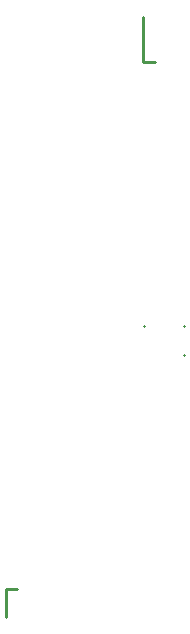
<source format=gm1>
G04*
G04 #@! TF.GenerationSoftware,Altium Limited,Altium Designer,20.0.2 (26)*
G04*
G04 Layer_Color=16711935*
%FSLAX25Y25*%
%MOIN*%
G70*
G01*
G75*
%ADD15C,0.01000*%
D15*
X198400Y146500D02*
Y146700D01*
X185000Y146600D02*
Y146700D01*
X198367Y137021D02*
X198400D01*
X184700Y234500D02*
X188800D01*
X139000Y59100D02*
X142500D01*
X139000Y49500D02*
Y59100D01*
X184700Y234500D02*
Y249700D01*
M02*

</source>
